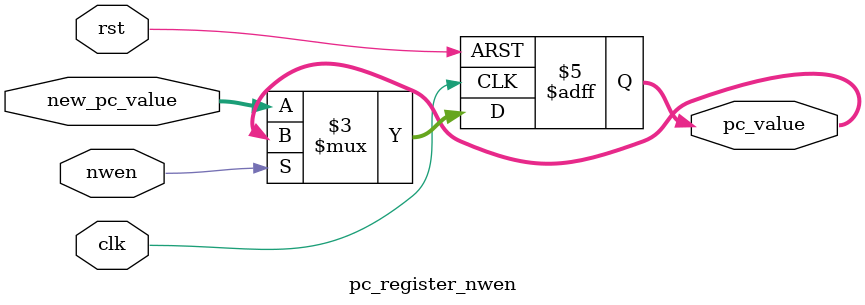
<source format=v>
`timescale 1ns / 1ps


module pc_register_nwen
#(
  parameter RESET_ADDRESS = 32'h00000000  //# reset address
)
(
    // Input
    input clk,                  // Clock 
    input rst,                  // Reset
    input nwen,                 // Write enable low logic
    input [31:0] new_pc_value,  // New value
    
    // Output
    output reg [31:0] pc_value  // Output value
);

always @(posedge clk or posedge rst) begin
  if (rst) begin
    pc_value <= RESET_ADDRESS;
  end 
  else
    if (nwen == 1'b0) begin
        pc_value <= new_pc_value;
    end
end

endmodule

</source>
